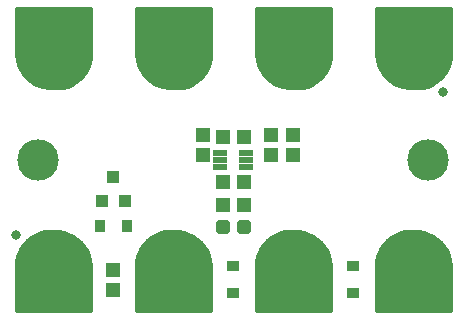
<source format=gts>
G75*
%MOIN*%
%OFA0B0*%
%FSLAX25Y25*%
%IPPOS*%
%LPD*%
%AMOC8*
5,1,8,0,0,1.08239X$1,22.5*
%
%ADD10R,0.05131X0.04737*%
%ADD11C,0.01990*%
%ADD12R,0.04737X0.05131*%
%ADD13C,0.13800*%
%ADD14C,0.03300*%
%ADD15C,0.20800*%
%ADD16C,0.01000*%
%ADD17R,0.03280X0.04068*%
%ADD18R,0.04068X0.03280*%
%ADD19R,0.03950X0.04343*%
%ADD20R,0.04737X0.02178*%
D10*
X0199987Y0276400D03*
X0206680Y0276400D03*
X0206680Y0283900D03*
X0199987Y0283900D03*
X0199987Y0298900D03*
X0206680Y0298900D03*
D11*
X0208159Y0270273D02*
X0208159Y0267527D01*
X0205413Y0267527D01*
X0205413Y0270273D01*
X0208159Y0270273D01*
X0208159Y0269417D02*
X0205413Y0269417D01*
X0201254Y0270273D02*
X0201254Y0267527D01*
X0198508Y0267527D01*
X0198508Y0270273D01*
X0201254Y0270273D01*
X0201254Y0269417D02*
X0198508Y0269417D01*
D12*
X0193333Y0293054D03*
X0193333Y0299746D03*
X0215833Y0299746D03*
X0215833Y0293054D03*
X0223333Y0293054D03*
X0223333Y0299746D03*
X0163333Y0254746D03*
X0163333Y0248054D03*
D13*
X0138333Y0291400D03*
X0268333Y0291400D03*
D14*
X0273333Y0313900D03*
X0130833Y0266400D03*
D15*
X0143333Y0255400D03*
X0183333Y0255400D03*
X0223333Y0255400D03*
X0263333Y0255400D03*
X0263333Y0327400D03*
X0223333Y0327400D03*
X0183333Y0327400D03*
X0143333Y0327400D03*
D16*
X0130933Y0256000D02*
X0130933Y0241000D01*
X0155733Y0241000D01*
X0155733Y0256400D01*
X0155528Y0258073D01*
X0155086Y0259700D01*
X0154418Y0261248D01*
X0153536Y0262684D01*
X0152458Y0263981D01*
X0151207Y0265111D01*
X0149808Y0266051D01*
X0148289Y0266783D01*
X0146682Y0267291D01*
X0145019Y0267565D01*
X0143333Y0267600D01*
X0141733Y0267646D01*
X0140143Y0267466D01*
X0138594Y0267062D01*
X0137118Y0266443D01*
X0135745Y0265621D01*
X0134501Y0264613D01*
X0133413Y0263440D01*
X0132502Y0262124D01*
X0131786Y0260693D01*
X0131280Y0259174D01*
X0130994Y0257599D01*
X0130933Y0256000D01*
X0130948Y0256378D02*
X0155733Y0256378D01*
X0155733Y0255379D02*
X0130933Y0255379D01*
X0130933Y0254381D02*
X0155733Y0254381D01*
X0155733Y0253382D02*
X0130933Y0253382D01*
X0130933Y0252384D02*
X0155733Y0252384D01*
X0155733Y0251385D02*
X0130933Y0251385D01*
X0130933Y0250387D02*
X0155733Y0250387D01*
X0155733Y0249388D02*
X0130933Y0249388D01*
X0130933Y0248390D02*
X0155733Y0248390D01*
X0155733Y0247391D02*
X0130933Y0247391D01*
X0130933Y0246393D02*
X0155733Y0246393D01*
X0155733Y0245394D02*
X0130933Y0245394D01*
X0130933Y0244396D02*
X0155733Y0244396D01*
X0155733Y0243397D02*
X0130933Y0243397D01*
X0130933Y0242399D02*
X0155733Y0242399D01*
X0155733Y0241400D02*
X0130933Y0241400D01*
X0130985Y0257376D02*
X0155613Y0257376D01*
X0155446Y0258375D02*
X0131135Y0258375D01*
X0131346Y0259373D02*
X0155175Y0259373D01*
X0154796Y0260372D02*
X0131679Y0260372D01*
X0132125Y0261370D02*
X0154342Y0261370D01*
X0153729Y0262369D02*
X0132671Y0262369D01*
X0133363Y0263367D02*
X0152968Y0263367D01*
X0152032Y0264366D02*
X0134272Y0264366D01*
X0135428Y0265364D02*
X0150830Y0265364D01*
X0149161Y0266363D02*
X0136985Y0266363D01*
X0139743Y0267361D02*
X0146256Y0267361D01*
X0171280Y0259174D02*
X0170994Y0257599D01*
X0170933Y0256000D01*
X0170933Y0241000D01*
X0195733Y0241000D01*
X0195733Y0256400D01*
X0195528Y0258073D01*
X0195086Y0259700D01*
X0194418Y0261248D01*
X0193536Y0262684D01*
X0192458Y0263981D01*
X0191207Y0265111D01*
X0189808Y0266051D01*
X0188289Y0266783D01*
X0186682Y0267291D01*
X0185019Y0267565D01*
X0183333Y0267600D01*
X0181733Y0267646D01*
X0180143Y0267466D01*
X0178594Y0267062D01*
X0177118Y0266443D01*
X0175745Y0265621D01*
X0174501Y0264613D01*
X0173413Y0263440D01*
X0172502Y0262124D01*
X0171786Y0260693D01*
X0171280Y0259174D01*
X0171346Y0259373D02*
X0195175Y0259373D01*
X0195446Y0258375D02*
X0171135Y0258375D01*
X0170985Y0257376D02*
X0195613Y0257376D01*
X0195733Y0256378D02*
X0170948Y0256378D01*
X0170933Y0255379D02*
X0195733Y0255379D01*
X0195733Y0254381D02*
X0170933Y0254381D01*
X0170933Y0253382D02*
X0195733Y0253382D01*
X0195733Y0252384D02*
X0170933Y0252384D01*
X0170933Y0251385D02*
X0195733Y0251385D01*
X0195733Y0250387D02*
X0170933Y0250387D01*
X0170933Y0249388D02*
X0195733Y0249388D01*
X0195733Y0248390D02*
X0170933Y0248390D01*
X0170933Y0247391D02*
X0195733Y0247391D01*
X0195733Y0246393D02*
X0170933Y0246393D01*
X0170933Y0245394D02*
X0195733Y0245394D01*
X0195733Y0244396D02*
X0170933Y0244396D01*
X0170933Y0243397D02*
X0195733Y0243397D01*
X0195733Y0242399D02*
X0170933Y0242399D01*
X0170933Y0241400D02*
X0195733Y0241400D01*
X0210933Y0241400D02*
X0235733Y0241400D01*
X0235733Y0241000D02*
X0235733Y0256400D01*
X0235528Y0258073D01*
X0235086Y0259700D01*
X0234418Y0261248D01*
X0233536Y0262684D01*
X0232458Y0263981D01*
X0231207Y0265111D01*
X0229808Y0266051D01*
X0228289Y0266783D01*
X0226682Y0267291D01*
X0225019Y0267565D01*
X0223333Y0267600D01*
X0221733Y0267646D01*
X0220143Y0267466D01*
X0218594Y0267062D01*
X0217118Y0266443D01*
X0215745Y0265621D01*
X0214501Y0264613D01*
X0213413Y0263440D01*
X0212502Y0262124D01*
X0211786Y0260693D01*
X0211280Y0259174D01*
X0210994Y0257599D01*
X0210933Y0256000D01*
X0210933Y0241000D01*
X0235733Y0241000D01*
X0235733Y0242399D02*
X0210933Y0242399D01*
X0210933Y0243397D02*
X0235733Y0243397D01*
X0235733Y0244396D02*
X0210933Y0244396D01*
X0210933Y0245394D02*
X0235733Y0245394D01*
X0235733Y0246393D02*
X0210933Y0246393D01*
X0210933Y0247391D02*
X0235733Y0247391D01*
X0235733Y0248390D02*
X0210933Y0248390D01*
X0210933Y0249388D02*
X0235733Y0249388D01*
X0235733Y0250387D02*
X0210933Y0250387D01*
X0210933Y0251385D02*
X0235733Y0251385D01*
X0235733Y0252384D02*
X0210933Y0252384D01*
X0210933Y0253382D02*
X0235733Y0253382D01*
X0235733Y0254381D02*
X0210933Y0254381D01*
X0210933Y0255379D02*
X0235733Y0255379D01*
X0235733Y0256378D02*
X0210948Y0256378D01*
X0210985Y0257376D02*
X0235613Y0257376D01*
X0235446Y0258375D02*
X0211135Y0258375D01*
X0211346Y0259373D02*
X0235175Y0259373D01*
X0234796Y0260372D02*
X0211679Y0260372D01*
X0212125Y0261370D02*
X0234342Y0261370D01*
X0233729Y0262369D02*
X0212671Y0262369D01*
X0213363Y0263367D02*
X0232968Y0263367D01*
X0232032Y0264366D02*
X0214272Y0264366D01*
X0215428Y0265364D02*
X0230830Y0265364D01*
X0229161Y0266363D02*
X0216985Y0266363D01*
X0219743Y0267361D02*
X0226256Y0267361D01*
X0251280Y0259174D02*
X0250994Y0257599D01*
X0250933Y0256000D01*
X0250933Y0241000D01*
X0275733Y0241000D01*
X0275733Y0256400D01*
X0275528Y0258073D01*
X0275086Y0259700D01*
X0274418Y0261248D01*
X0273536Y0262684D01*
X0272458Y0263981D01*
X0271207Y0265111D01*
X0269808Y0266051D01*
X0268289Y0266783D01*
X0266682Y0267291D01*
X0265019Y0267565D01*
X0263333Y0267600D01*
X0261733Y0267646D01*
X0260143Y0267466D01*
X0258594Y0267062D01*
X0257118Y0266443D01*
X0255745Y0265621D01*
X0254501Y0264613D01*
X0253413Y0263440D01*
X0252502Y0262124D01*
X0251786Y0260693D01*
X0251280Y0259174D01*
X0251346Y0259373D02*
X0275175Y0259373D01*
X0275446Y0258375D02*
X0251135Y0258375D01*
X0250985Y0257376D02*
X0275613Y0257376D01*
X0275733Y0256378D02*
X0250948Y0256378D01*
X0250933Y0255379D02*
X0275733Y0255379D01*
X0275733Y0254381D02*
X0250933Y0254381D01*
X0250933Y0253382D02*
X0275733Y0253382D01*
X0275733Y0252384D02*
X0250933Y0252384D01*
X0250933Y0251385D02*
X0275733Y0251385D01*
X0275733Y0250387D02*
X0250933Y0250387D01*
X0250933Y0249388D02*
X0275733Y0249388D01*
X0275733Y0248390D02*
X0250933Y0248390D01*
X0250933Y0247391D02*
X0275733Y0247391D01*
X0275733Y0246393D02*
X0250933Y0246393D01*
X0250933Y0245394D02*
X0275733Y0245394D01*
X0275733Y0244396D02*
X0250933Y0244396D01*
X0250933Y0243397D02*
X0275733Y0243397D01*
X0275733Y0242399D02*
X0250933Y0242399D01*
X0250933Y0241400D02*
X0275733Y0241400D01*
X0274796Y0260372D02*
X0251679Y0260372D01*
X0252125Y0261370D02*
X0274342Y0261370D01*
X0273729Y0262369D02*
X0252671Y0262369D01*
X0253363Y0263367D02*
X0272968Y0263367D01*
X0272032Y0264366D02*
X0254272Y0264366D01*
X0255428Y0265364D02*
X0270830Y0265364D01*
X0269161Y0266363D02*
X0256985Y0266363D01*
X0259743Y0267361D02*
X0266256Y0267361D01*
X0264933Y0315154D02*
X0263333Y0315200D01*
X0261648Y0315235D01*
X0259985Y0315509D01*
X0258377Y0316017D01*
X0256859Y0316749D01*
X0255459Y0317689D01*
X0254208Y0318819D01*
X0253131Y0320116D01*
X0252249Y0321552D01*
X0251580Y0323100D01*
X0251139Y0324727D01*
X0250933Y0326400D01*
X0250933Y0341800D01*
X0275733Y0341800D01*
X0275733Y0326800D01*
X0275673Y0325201D01*
X0275387Y0323626D01*
X0274881Y0322107D01*
X0274165Y0320676D01*
X0273253Y0319360D01*
X0272165Y0318187D01*
X0270922Y0317179D01*
X0269548Y0316357D01*
X0268072Y0315738D01*
X0266523Y0315334D01*
X0264933Y0315154D01*
X0266131Y0315290D02*
X0261314Y0315290D01*
X0257814Y0316288D02*
X0269384Y0316288D01*
X0271055Y0317287D02*
X0256058Y0317287D01*
X0254799Y0318285D02*
X0272257Y0318285D01*
X0273183Y0319284D02*
X0253822Y0319284D01*
X0253029Y0320282D02*
X0273892Y0320282D01*
X0274467Y0321281D02*
X0252416Y0321281D01*
X0251935Y0322279D02*
X0274938Y0322279D01*
X0275271Y0323278D02*
X0251532Y0323278D01*
X0251261Y0324276D02*
X0275505Y0324276D01*
X0275676Y0325275D02*
X0251072Y0325275D01*
X0250949Y0326273D02*
X0275713Y0326273D01*
X0275733Y0327272D02*
X0250933Y0327272D01*
X0250933Y0328270D02*
X0275733Y0328270D01*
X0275733Y0329269D02*
X0250933Y0329269D01*
X0250933Y0330268D02*
X0275733Y0330268D01*
X0275733Y0331266D02*
X0250933Y0331266D01*
X0250933Y0332265D02*
X0275733Y0332265D01*
X0275733Y0333263D02*
X0250933Y0333263D01*
X0250933Y0334262D02*
X0275733Y0334262D01*
X0275733Y0335260D02*
X0250933Y0335260D01*
X0250933Y0336259D02*
X0275733Y0336259D01*
X0275733Y0337257D02*
X0250933Y0337257D01*
X0250933Y0338256D02*
X0275733Y0338256D01*
X0275733Y0339254D02*
X0250933Y0339254D01*
X0250933Y0340253D02*
X0275733Y0340253D01*
X0275733Y0341251D02*
X0250933Y0341251D01*
X0235733Y0341251D02*
X0210933Y0341251D01*
X0210933Y0341800D02*
X0210933Y0326400D01*
X0211139Y0324727D01*
X0211580Y0323100D01*
X0212249Y0321552D01*
X0213131Y0320116D01*
X0214208Y0318819D01*
X0215459Y0317689D01*
X0216859Y0316749D01*
X0218377Y0316017D01*
X0219985Y0315509D01*
X0221648Y0315235D01*
X0223333Y0315200D01*
X0224933Y0315154D01*
X0226523Y0315334D01*
X0228072Y0315738D01*
X0229548Y0316357D01*
X0230922Y0317179D01*
X0232165Y0318187D01*
X0233253Y0319360D01*
X0234165Y0320676D01*
X0234881Y0322107D01*
X0235387Y0323626D01*
X0235673Y0325201D01*
X0235733Y0326800D01*
X0235733Y0341800D01*
X0210933Y0341800D01*
X0210933Y0340253D02*
X0235733Y0340253D01*
X0235733Y0339254D02*
X0210933Y0339254D01*
X0210933Y0338256D02*
X0235733Y0338256D01*
X0235733Y0337257D02*
X0210933Y0337257D01*
X0210933Y0336259D02*
X0235733Y0336259D01*
X0235733Y0335260D02*
X0210933Y0335260D01*
X0210933Y0334262D02*
X0235733Y0334262D01*
X0235733Y0333263D02*
X0210933Y0333263D01*
X0210933Y0332265D02*
X0235733Y0332265D01*
X0235733Y0331266D02*
X0210933Y0331266D01*
X0210933Y0330268D02*
X0235733Y0330268D01*
X0235733Y0329269D02*
X0210933Y0329269D01*
X0210933Y0328270D02*
X0235733Y0328270D01*
X0235733Y0327272D02*
X0210933Y0327272D01*
X0210949Y0326273D02*
X0235713Y0326273D01*
X0235676Y0325275D02*
X0211072Y0325275D01*
X0211261Y0324276D02*
X0235505Y0324276D01*
X0235271Y0323278D02*
X0211532Y0323278D01*
X0211935Y0322279D02*
X0234938Y0322279D01*
X0234467Y0321281D02*
X0212416Y0321281D01*
X0213029Y0320282D02*
X0233892Y0320282D01*
X0233183Y0319284D02*
X0213822Y0319284D01*
X0214799Y0318285D02*
X0232257Y0318285D01*
X0231055Y0317287D02*
X0216058Y0317287D01*
X0217814Y0316288D02*
X0229384Y0316288D01*
X0226131Y0315290D02*
X0221314Y0315290D01*
X0195387Y0323626D02*
X0194881Y0322107D01*
X0194165Y0320676D01*
X0193253Y0319360D01*
X0192165Y0318187D01*
X0190922Y0317179D01*
X0189548Y0316357D01*
X0188072Y0315738D01*
X0186523Y0315334D01*
X0184933Y0315154D01*
X0183333Y0315200D01*
X0181648Y0315235D01*
X0179985Y0315509D01*
X0178377Y0316017D01*
X0176859Y0316749D01*
X0175459Y0317689D01*
X0174208Y0318819D01*
X0173131Y0320116D01*
X0172249Y0321552D01*
X0171580Y0323100D01*
X0171139Y0324727D01*
X0170933Y0326400D01*
X0170933Y0341800D01*
X0195733Y0341800D01*
X0195733Y0326800D01*
X0195673Y0325201D01*
X0195387Y0323626D01*
X0195271Y0323278D02*
X0171532Y0323278D01*
X0171261Y0324276D02*
X0195505Y0324276D01*
X0195676Y0325275D02*
X0171072Y0325275D01*
X0170949Y0326273D02*
X0195713Y0326273D01*
X0195733Y0327272D02*
X0170933Y0327272D01*
X0170933Y0328270D02*
X0195733Y0328270D01*
X0195733Y0329269D02*
X0170933Y0329269D01*
X0170933Y0330268D02*
X0195733Y0330268D01*
X0195733Y0331266D02*
X0170933Y0331266D01*
X0170933Y0332265D02*
X0195733Y0332265D01*
X0195733Y0333263D02*
X0170933Y0333263D01*
X0170933Y0334262D02*
X0195733Y0334262D01*
X0195733Y0335260D02*
X0170933Y0335260D01*
X0170933Y0336259D02*
X0195733Y0336259D01*
X0195733Y0337257D02*
X0170933Y0337257D01*
X0170933Y0338256D02*
X0195733Y0338256D01*
X0195733Y0339254D02*
X0170933Y0339254D01*
X0170933Y0340253D02*
X0195733Y0340253D01*
X0195733Y0341251D02*
X0170933Y0341251D01*
X0155733Y0341251D02*
X0130933Y0341251D01*
X0130933Y0341800D02*
X0130933Y0326400D01*
X0131139Y0324727D01*
X0131580Y0323100D01*
X0132249Y0321552D01*
X0133131Y0320116D01*
X0134208Y0318819D01*
X0135459Y0317689D01*
X0136859Y0316749D01*
X0138377Y0316017D01*
X0139985Y0315509D01*
X0141648Y0315235D01*
X0143333Y0315200D01*
X0144933Y0315154D01*
X0146523Y0315334D01*
X0148072Y0315738D01*
X0149548Y0316357D01*
X0150922Y0317179D01*
X0152165Y0318187D01*
X0153253Y0319360D01*
X0154165Y0320676D01*
X0154881Y0322107D01*
X0155387Y0323626D01*
X0155673Y0325201D01*
X0155733Y0326800D01*
X0155733Y0341800D01*
X0130933Y0341800D01*
X0130933Y0340253D02*
X0155733Y0340253D01*
X0155733Y0339254D02*
X0130933Y0339254D01*
X0130933Y0338256D02*
X0155733Y0338256D01*
X0155733Y0337257D02*
X0130933Y0337257D01*
X0130933Y0336259D02*
X0155733Y0336259D01*
X0155733Y0335260D02*
X0130933Y0335260D01*
X0130933Y0334262D02*
X0155733Y0334262D01*
X0155733Y0333263D02*
X0130933Y0333263D01*
X0130933Y0332265D02*
X0155733Y0332265D01*
X0155733Y0331266D02*
X0130933Y0331266D01*
X0130933Y0330268D02*
X0155733Y0330268D01*
X0155733Y0329269D02*
X0130933Y0329269D01*
X0130933Y0328270D02*
X0155733Y0328270D01*
X0155733Y0327272D02*
X0130933Y0327272D01*
X0130949Y0326273D02*
X0155713Y0326273D01*
X0155676Y0325275D02*
X0131072Y0325275D01*
X0131261Y0324276D02*
X0155505Y0324276D01*
X0155271Y0323278D02*
X0131532Y0323278D01*
X0131935Y0322279D02*
X0154938Y0322279D01*
X0154467Y0321281D02*
X0132416Y0321281D01*
X0133029Y0320282D02*
X0153892Y0320282D01*
X0153183Y0319284D02*
X0133822Y0319284D01*
X0134799Y0318285D02*
X0152257Y0318285D01*
X0151055Y0317287D02*
X0136058Y0317287D01*
X0137814Y0316288D02*
X0149384Y0316288D01*
X0146131Y0315290D02*
X0141314Y0315290D01*
X0171935Y0322279D02*
X0194938Y0322279D01*
X0194467Y0321281D02*
X0172416Y0321281D01*
X0173029Y0320282D02*
X0193892Y0320282D01*
X0193183Y0319284D02*
X0173822Y0319284D01*
X0174799Y0318285D02*
X0192257Y0318285D01*
X0191055Y0317287D02*
X0176058Y0317287D01*
X0177814Y0316288D02*
X0189384Y0316288D01*
X0186131Y0315290D02*
X0181314Y0315290D01*
X0179743Y0267361D02*
X0186256Y0267361D01*
X0189161Y0266363D02*
X0176985Y0266363D01*
X0175428Y0265364D02*
X0190830Y0265364D01*
X0192032Y0264366D02*
X0174272Y0264366D01*
X0173363Y0263367D02*
X0192968Y0263367D01*
X0193729Y0262369D02*
X0172671Y0262369D01*
X0172125Y0261370D02*
X0194342Y0261370D01*
X0194796Y0260372D02*
X0171679Y0260372D01*
D17*
X0167861Y0269400D03*
X0158806Y0269400D03*
D18*
X0203333Y0255928D03*
X0203333Y0246872D03*
X0243333Y0246872D03*
X0243333Y0255928D03*
D19*
X0167073Y0277463D03*
X0159593Y0277463D03*
X0163333Y0285731D03*
D20*
X0199003Y0289038D03*
X0199003Y0291400D03*
X0199003Y0293762D03*
X0207664Y0293762D03*
X0207664Y0291400D03*
X0207664Y0289038D03*
M02*

</source>
